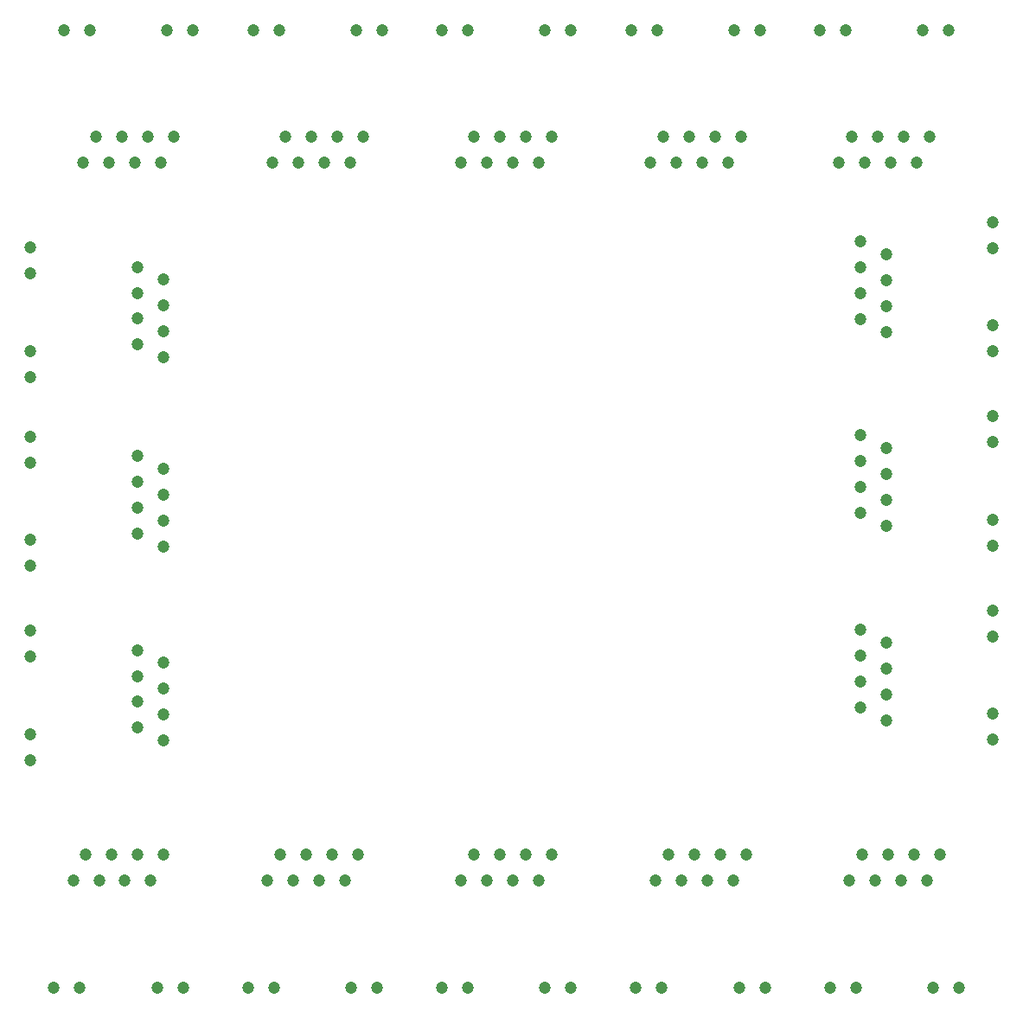
<source format=gbp>
G04 #@! TF.FileFunction,Paste,Bot*
%FSLAX46Y46*%
G04 Gerber Fmt 4.6, Leading zero omitted, Abs format (unit mm)*
G04 Created by KiCad (PCBNEW 4.0.2+e4-6225~38~ubuntu14.04.1-stable) date Thu 11 Aug 2016 08:52:07 PM PDT*
%MOMM*%
G01*
G04 APERTURE LIST*
%ADD10C,0.150000*%
%ADD11C,1.200000*%
G04 APERTURE END LIST*
D10*
D11*
X183110000Y-108325000D03*
X183110000Y-105785000D03*
X183110000Y-98215000D03*
X183110000Y-95675000D03*
X172650000Y-106440000D03*
X172650000Y-101370000D03*
X172650000Y-103900000D03*
X172650000Y-98830000D03*
X170110000Y-105180000D03*
X170110000Y-100100000D03*
X170110000Y-102640000D03*
X170110000Y-97560000D03*
X183110000Y-89325000D03*
X183110000Y-86785000D03*
X183110000Y-79215000D03*
X183110000Y-76675000D03*
X172650000Y-87440000D03*
X172650000Y-82370000D03*
X172650000Y-84900000D03*
X172650000Y-79830000D03*
X170110000Y-86180000D03*
X170110000Y-81100000D03*
X170110000Y-83640000D03*
X170110000Y-78560000D03*
X178825000Y-57890000D03*
X176285000Y-57890000D03*
X168715000Y-57890000D03*
X166175000Y-57890000D03*
X176940000Y-68350000D03*
X171870000Y-68350000D03*
X174400000Y-68350000D03*
X169330000Y-68350000D03*
X175680000Y-70890000D03*
X170600000Y-70890000D03*
X173140000Y-70890000D03*
X168060000Y-70890000D03*
X160325000Y-57890000D03*
X157785000Y-57890000D03*
X150215000Y-57890000D03*
X147675000Y-57890000D03*
X158440000Y-68350000D03*
X153370000Y-68350000D03*
X155900000Y-68350000D03*
X150830000Y-68350000D03*
X157180000Y-70890000D03*
X152100000Y-70890000D03*
X154640000Y-70890000D03*
X149560000Y-70890000D03*
X141825000Y-57890000D03*
X139285000Y-57890000D03*
X131715000Y-57890000D03*
X129175000Y-57890000D03*
X139940000Y-68350000D03*
X134870000Y-68350000D03*
X137400000Y-68350000D03*
X132330000Y-68350000D03*
X138680000Y-70890000D03*
X133600000Y-70890000D03*
X136140000Y-70890000D03*
X131060000Y-70890000D03*
X123325000Y-57890000D03*
X120785000Y-57890000D03*
X113215000Y-57890000D03*
X110675000Y-57890000D03*
X121440000Y-68350000D03*
X116370000Y-68350000D03*
X118900000Y-68350000D03*
X113830000Y-68350000D03*
X120180000Y-70890000D03*
X115100000Y-70890000D03*
X117640000Y-70890000D03*
X112560000Y-70890000D03*
X104825000Y-57890000D03*
X102285000Y-57890000D03*
X94715000Y-57890000D03*
X92175000Y-57890000D03*
X102940000Y-68350000D03*
X97870000Y-68350000D03*
X100400000Y-68350000D03*
X95330000Y-68350000D03*
X101680000Y-70890000D03*
X96600000Y-70890000D03*
X99140000Y-70890000D03*
X94060000Y-70890000D03*
X88890000Y-79175000D03*
X88890000Y-81715000D03*
X88890000Y-89285000D03*
X88890000Y-91825000D03*
X99350000Y-81060000D03*
X99350000Y-86130000D03*
X99350000Y-83600000D03*
X99350000Y-88670000D03*
X101890000Y-82320000D03*
X101890000Y-87400000D03*
X101890000Y-84860000D03*
X101890000Y-89940000D03*
X88890000Y-97675000D03*
X88890000Y-100215000D03*
X88890000Y-107785000D03*
X88890000Y-110325000D03*
X99350000Y-99560000D03*
X99350000Y-104630000D03*
X99350000Y-102100000D03*
X99350000Y-107170000D03*
X101890000Y-100820000D03*
X101890000Y-105900000D03*
X101890000Y-103360000D03*
X101890000Y-108440000D03*
X88890000Y-116675000D03*
X88890000Y-119215000D03*
X88890000Y-126785000D03*
X88890000Y-129325000D03*
X99350000Y-118560000D03*
X99350000Y-123630000D03*
X99350000Y-121100000D03*
X99350000Y-126170000D03*
X101890000Y-119820000D03*
X101890000Y-124900000D03*
X101890000Y-122360000D03*
X101890000Y-127440000D03*
X91175000Y-151610000D03*
X93715000Y-151610000D03*
X101285000Y-151610000D03*
X103825000Y-151610000D03*
X93060000Y-141150000D03*
X98130000Y-141150000D03*
X95600000Y-141150000D03*
X100670000Y-141150000D03*
X94320000Y-138610000D03*
X99400000Y-138610000D03*
X96860000Y-138610000D03*
X101940000Y-138610000D03*
X110175000Y-151610000D03*
X112715000Y-151610000D03*
X120285000Y-151610000D03*
X122825000Y-151610000D03*
X112060000Y-141150000D03*
X117130000Y-141150000D03*
X114600000Y-141150000D03*
X119670000Y-141150000D03*
X113320000Y-138610000D03*
X118400000Y-138610000D03*
X115860000Y-138610000D03*
X120940000Y-138610000D03*
X129175000Y-151610000D03*
X131715000Y-151610000D03*
X139285000Y-151610000D03*
X141825000Y-151610000D03*
X131060000Y-141150000D03*
X136130000Y-141150000D03*
X133600000Y-141150000D03*
X138670000Y-141150000D03*
X132320000Y-138610000D03*
X137400000Y-138610000D03*
X134860000Y-138610000D03*
X139940000Y-138610000D03*
X148175000Y-151610000D03*
X150715000Y-151610000D03*
X158285000Y-151610000D03*
X160825000Y-151610000D03*
X150060000Y-141150000D03*
X155130000Y-141150000D03*
X152600000Y-141150000D03*
X157670000Y-141150000D03*
X151320000Y-138610000D03*
X156400000Y-138610000D03*
X153860000Y-138610000D03*
X158940000Y-138610000D03*
X167175000Y-151610000D03*
X169715000Y-151610000D03*
X177285000Y-151610000D03*
X179825000Y-151610000D03*
X169060000Y-141150000D03*
X174130000Y-141150000D03*
X171600000Y-141150000D03*
X176670000Y-141150000D03*
X170320000Y-138610000D03*
X175400000Y-138610000D03*
X172860000Y-138610000D03*
X177940000Y-138610000D03*
X183110000Y-127325000D03*
X183110000Y-124785000D03*
X183110000Y-117215000D03*
X183110000Y-114675000D03*
X172650000Y-125440000D03*
X172650000Y-120370000D03*
X172650000Y-122900000D03*
X172650000Y-117830000D03*
X170110000Y-124180000D03*
X170110000Y-119100000D03*
X170110000Y-121640000D03*
X170110000Y-116560000D03*
M02*

</source>
